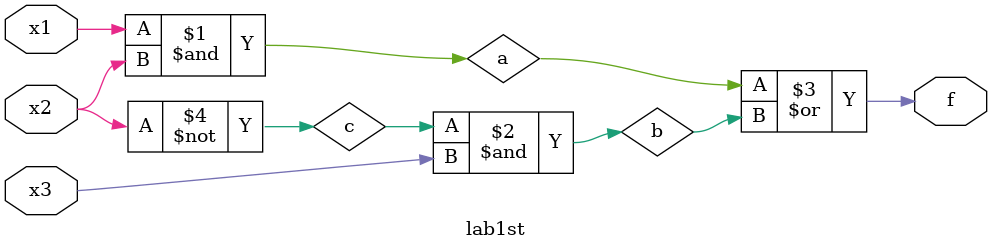
<source format=v>
module lab1st(x1,x2,x3,f);
input x1,x2,x3;
output f;
and(a,x1,x2);
not(c,x2);
and(b,c,x3);
or(f,a,b);
endmodule

</source>
